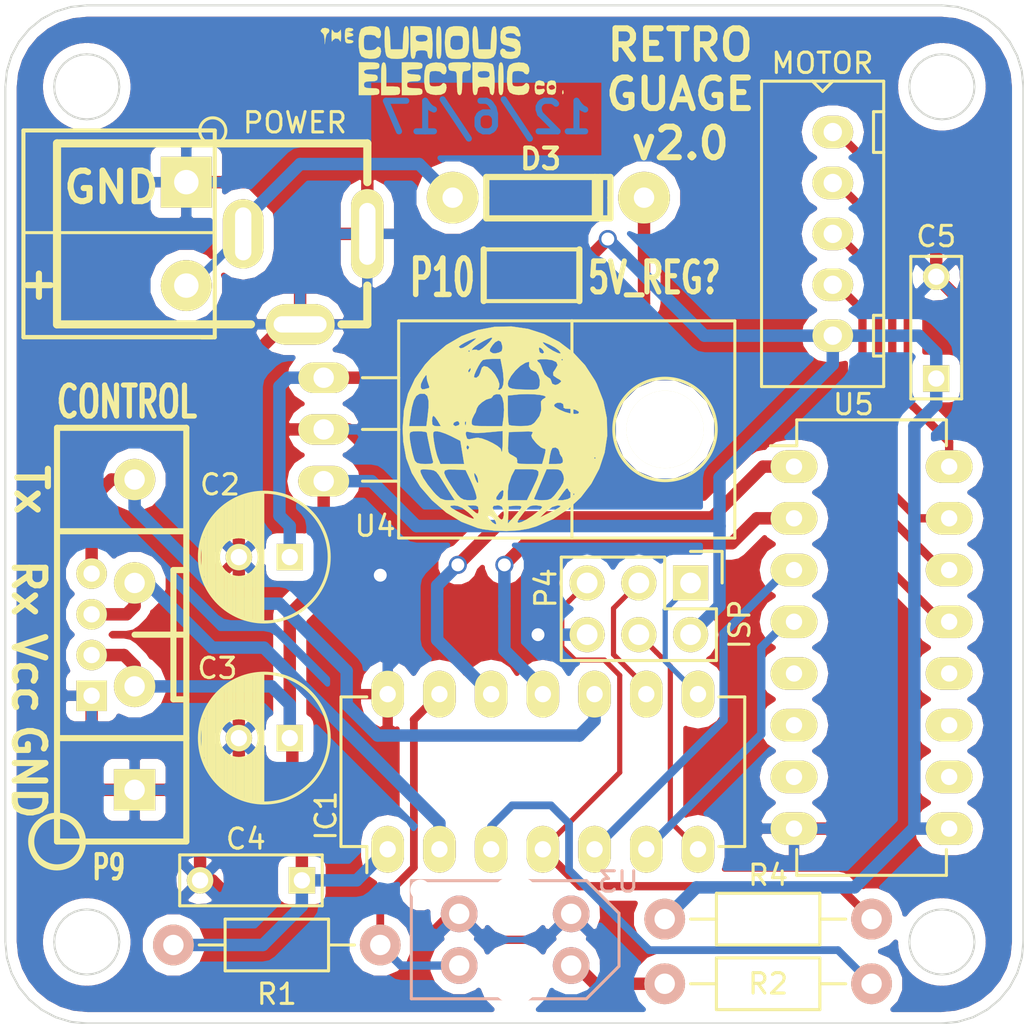
<source format=kicad_pcb>
(kicad_pcb (version 4) (host pcbnew 4.0.4-stable)
  (layers (0 F.Cu signal) (31 B.Cu signal) (34 B.Paste user) (35 F.Paste user) (36 B.SilkS user) (37 F.SilkS user) (38 B.Mask user) (39 F.Mask user) (44 Edge.Cuts user))
  (net 0 "")
  (net 1 VCC)
  (net 2 GND)
  (net 3 /RST)
  (net 4 /MOSI)
  (net 5 /MISO)
  (net 6 /SCK)
  (net 7 /IN3)
  (net 8 /IN1)
  (net 9 /IN2)
  (net 10 /IN4)
  (net 11 /MOTOR_HOME_OUT)
  (net 12 /MOTOR_HOME_SENSE)
  (net 13 "Net-(P3-Pad1)")
  (net 14 "Net-(P3-Pad3)")
  (net 15 "Net-(P3-Pad4)")
  (net 16 "Net-(R2-Pad2)")
  (net 17 "Net-(P3-Pad2)")
  (net 18 "Net-(C2-Pad1)")
  (net 19 /Rx)
  (net 20 /Tx)
  (net 21 "Net-(CON1-Pad1)")
  (module sick-of-beige:DP5050 (layer F.Cu) (at 179.959 120.015)
    (fp_text reference "" (at 0 0) (layer F.SilkS))
    (fp_text value "" (at 0 0) (layer F.SilkS))
    (fp_line (start 46.7803 0.076859) (end 47.5307 0.304474) (layer Edge.Cuts) (width 0.1))
    (fp_line (start 47.5307 0.304474) (end 48.2223 0.674118) (layer Edge.Cuts) (width 0.1))
    (fp_line (start 48.2223 0.674118) (end 48.8284 1.17157) (layer Edge.Cuts) (width 0.1))
    (fp_line (start 48.8284 1.17157) (end 49.3259 1.77771) (layer Edge.Cuts) (width 0.1))
    (fp_line (start 49.3259 1.77771) (end 49.6955 2.46925) (layer Edge.Cuts) (width 0.1))
    (fp_line (start 49.6955 2.46925) (end 49.9231 3.21964) (layer Edge.Cuts) (width 0.1))
    (fp_line (start 49.9231 3.21964) (end 50 4) (layer Edge.Cuts) (width 0.1))
    (fp_line (start 50 4) (end 50 46) (layer Edge.Cuts) (width 0.1))
    (fp_line (start 50 46) (end 49.9231 46.7803) (layer Edge.Cuts) (width 0.1))
    (fp_line (start 49.9231 46.7803) (end 49.6955 47.5307) (layer Edge.Cuts) (width 0.1))
    (fp_line (start 49.6955 47.5307) (end 49.3259 48.2223) (layer Edge.Cuts) (width 0.1))
    (fp_line (start 49.3259 48.2223) (end 48.8284 48.8284) (layer Edge.Cuts) (width 0.1))
    (fp_line (start 48.8284 48.8284) (end 48.2223 49.3259) (layer Edge.Cuts) (width 0.1))
    (fp_line (start 48.2223 49.3259) (end 47.5307 49.6955) (layer Edge.Cuts) (width 0.1))
    (fp_line (start 47.5307 49.6955) (end 46.7803 49.9231) (layer Edge.Cuts) (width 0.1))
    (fp_line (start 46.7803 49.9231) (end 46 50) (layer Edge.Cuts) (width 0.1))
    (fp_line (start 46 50) (end 4 50) (layer Edge.Cuts) (width 0.1))
    (fp_line (start 4 50) (end 3.21964 49.9231) (layer Edge.Cuts) (width 0.1))
    (fp_line (start 3.21964 49.9231) (end 2.46925 49.6955) (layer Edge.Cuts) (width 0.1))
    (fp_line (start 2.46925 49.6955) (end 1.77771 49.3259) (layer Edge.Cuts) (width 0.1))
    (fp_line (start 1.77771 49.3259) (end 1.17157 48.8284) (layer Edge.Cuts) (width 0.1))
    (fp_line (start 1.17157 48.8284) (end 0.674118 48.2223) (layer Edge.Cuts) (width 0.1))
    (fp_line (start 0.674118 48.2223) (end 0.304474 47.5307) (layer Edge.Cuts) (width 0.1))
    (fp_line (start 0.304474 47.5307) (end 0.076859 46.7803) (layer Edge.Cuts) (width 0.1))
    (fp_line (start 0.076859 46.7803) (end 0 46) (layer Edge.Cuts) (width 0.1))
    (fp_line (start 0 46) (end 0 4) (layer Edge.Cuts) (width 0.1))
    (fp_line (start 0 4) (end 0.076859 3.21964) (layer Edge.Cuts) (width 0.1))
    (fp_line (start 0.076859 3.21964) (end 0.304474 2.46925) (layer Edge.Cuts) (width 0.1))
    (fp_line (start 0.304474 2.46925) (end 0.674118 1.77771) (layer Edge.Cuts) (width 0.1))
    (fp_line (start 0.674118 1.77771) (end 1.17157 1.17157) (layer Edge.Cuts) (width 0.1))
    (fp_line (start 1.17157 1.17157) (end 1.77771 0.674118) (layer Edge.Cuts) (width 0.1))
    (fp_line (start 1.77771 0.674118) (end 2.46925 0.304474) (layer Edge.Cuts) (width 0.1))
    (fp_line (start 2.46925 0.304474) (end 3.21964 0.076859) (layer Edge.Cuts) (width 0.1))
    (fp_line (start 3.21964 0.076859) (end 3.99998 0) (layer Edge.Cuts) (width 0.1))
    (fp_line (start 3.99998 0) (end 46 0) (layer Edge.Cuts) (width 0.1))
    (fp_line (start 46 0) (end 46.7803 0.076859) (layer Edge.Cuts) (width 0.1))
    (fp_line (start 3.68785 44.4307) (end 3.3877 44.5218) (layer Edge.Cuts) (width 0.1))
    (fp_line (start 3.3877 44.5218) (end 3.11108 44.6696) (layer Edge.Cuts) (width 0.1))
    (fp_line (start 3.11108 44.6696) (end 2.86862 44.8686) (layer Edge.Cuts) (width 0.1))
    (fp_line (start 2.86862 44.8686) (end 2.66965 45.1111) (layer Edge.Cuts) (width 0.1))
    (fp_line (start 2.66965 45.1111) (end 2.52179 45.3877) (layer Edge.Cuts) (width 0.1))
    (fp_line (start 2.52179 45.3877) (end 2.43074 45.6879) (layer Edge.Cuts) (width 0.1))
    (fp_line (start 2.43074 45.6879) (end 2.39999 46) (layer Edge.Cuts) (width 0.1))
    (fp_line (start 2.39999 46) (end 2.43074 46.3121) (layer Edge.Cuts) (width 0.1))
    (fp_line (start 2.43074 46.3121) (end 2.52179 46.6123) (layer Edge.Cuts) (width 0.1))
    (fp_line (start 2.52179 46.6123) (end 2.66965 46.8889) (layer Edge.Cuts) (width 0.1))
    (fp_line (start 2.66965 46.8889) (end 2.86862 47.1314) (layer Edge.Cuts) (width 0.1))
    (fp_line (start 2.86862 47.1314) (end 3.11108 47.3303) (layer Edge.Cuts) (width 0.1))
    (fp_line (start 3.11108 47.3303) (end 3.3877 47.4782) (layer Edge.Cuts) (width 0.1))
    (fp_line (start 3.3877 47.4782) (end 3.68785 47.5692) (layer Edge.Cuts) (width 0.1))
    (fp_line (start 3.68785 47.5692) (end 4 47.6) (layer Edge.Cuts) (width 0.1))
    (fp_line (start 4 47.6) (end 4.31213 47.5692) (layer Edge.Cuts) (width 0.1))
    (fp_line (start 4.31213 47.5692) (end 4.61229 47.4782) (layer Edge.Cuts) (width 0.1))
    (fp_line (start 4.61229 47.4782) (end 4.8889 47.3303) (layer Edge.Cuts) (width 0.1))
    (fp_line (start 4.8889 47.3303) (end 5.13136 47.1314) (layer Edge.Cuts) (width 0.1))
    (fp_line (start 5.13136 47.1314) (end 5.33034 46.8889) (layer Edge.Cuts) (width 0.1))
    (fp_line (start 5.33034 46.8889) (end 5.4782 46.6123) (layer Edge.Cuts) (width 0.1))
    (fp_line (start 5.4782 46.6123) (end 5.56924 46.3121) (layer Edge.Cuts) (width 0.1))
    (fp_line (start 5.56924 46.3121) (end 5.59999 46) (layer Edge.Cuts) (width 0.1))
    (fp_line (start 5.59999 46) (end 5.56924 45.6879) (layer Edge.Cuts) (width 0.1))
    (fp_line (start 5.56924 45.6879) (end 5.4782 45.3877) (layer Edge.Cuts) (width 0.1))
    (fp_line (start 5.4782 45.3877) (end 5.33034 45.1111) (layer Edge.Cuts) (width 0.1))
    (fp_line (start 5.33034 45.1111) (end 5.13136 44.8686) (layer Edge.Cuts) (width 0.1))
    (fp_line (start 5.13136 44.8686) (end 4.8889 44.6696) (layer Edge.Cuts) (width 0.1))
    (fp_line (start 4.8889 44.6696) (end 4.61229 44.5218) (layer Edge.Cuts) (width 0.1))
    (fp_line (start 4.61229 44.5218) (end 4.31213 44.4307) (layer Edge.Cuts) (width 0.1))
    (fp_line (start 4.31213 44.4307) (end 3.99998 44.4) (layer Edge.Cuts) (width 0.1))
    (fp_line (start 3.99998 44.4) (end 3.68785 44.4307) (layer Edge.Cuts) (width 0.1))
    (fp_line (start 45.6879 44.4307) (end 45.3877 44.5218) (layer Edge.Cuts) (width 0.1))
    (fp_line (start 45.3877 44.5218) (end 45.1111 44.6696) (layer Edge.Cuts) (width 0.1))
    (fp_line (start 45.1111 44.6696) (end 44.8686 44.8686) (layer Edge.Cuts) (width 0.1))
    (fp_line (start 44.8686 44.8686) (end 44.6696 45.1111) (layer Edge.Cuts) (width 0.1))
    (fp_line (start 44.6696 45.1111) (end 44.5218 45.3877) (layer Edge.Cuts) (width 0.1))
    (fp_line (start 44.5218 45.3877) (end 44.4307 45.6879) (layer Edge.Cuts) (width 0.1))
    (fp_line (start 44.4307 45.6879) (end 44.4 46) (layer Edge.Cuts) (width 0.1))
    (fp_line (start 44.4 46) (end 44.4307 46.3121) (layer Edge.Cuts) (width 0.1))
    (fp_line (start 44.4307 46.3121) (end 44.5218 46.6123) (layer Edge.Cuts) (width 0.1))
    (fp_line (start 44.5218 46.6123) (end 44.6696 46.8889) (layer Edge.Cuts) (width 0.1))
    (fp_line (start 44.6696 46.8889) (end 44.8686 47.1314) (layer Edge.Cuts) (width 0.1))
    (fp_line (start 44.8686 47.1314) (end 45.1111 47.3303) (layer Edge.Cuts) (width 0.1))
    (fp_line (start 45.1111 47.3303) (end 45.3877 47.4782) (layer Edge.Cuts) (width 0.1))
    (fp_line (start 45.3877 47.4782) (end 45.6879 47.5692) (layer Edge.Cuts) (width 0.1))
    (fp_line (start 45.6879 47.5692) (end 46 47.6) (layer Edge.Cuts) (width 0.1))
    (fp_line (start 46 47.6) (end 46.3121 47.5692) (layer Edge.Cuts) (width 0.1))
    (fp_line (start 46.3121 47.5692) (end 46.6123 47.4782) (layer Edge.Cuts) (width 0.1))
    (fp_line (start 46.6123 47.4782) (end 46.8889 47.3303) (layer Edge.Cuts) (width 0.1))
    (fp_line (start 46.8889 47.3303) (end 47.1314 47.1314) (layer Edge.Cuts) (width 0.1))
    (fp_line (start 47.1314 47.1314) (end 47.3303 46.8889) (layer Edge.Cuts) (width 0.1))
    (fp_line (start 47.3303 46.8889) (end 47.4782 46.6123) (layer Edge.Cuts) (width 0.1))
    (fp_line (start 47.4782 46.6123) (end 47.5692 46.3121) (layer Edge.Cuts) (width 0.1))
    (fp_line (start 47.5692 46.3121) (end 47.6 46) (layer Edge.Cuts) (width 0.1))
    (fp_line (start 47.6 46) (end 47.5692 45.6879) (layer Edge.Cuts) (width 0.1))
    (fp_line (start 47.5692 45.6879) (end 47.4782 45.3877) (layer Edge.Cuts) (width 0.1))
    (fp_line (start 47.4782 45.3877) (end 47.3303 45.1111) (layer Edge.Cuts) (width 0.1))
    (fp_line (start 47.3303 45.1111) (end 47.1314 44.8686) (layer Edge.Cuts) (width 0.1))
    (fp_line (start 47.1314 44.8686) (end 46.8889 44.6696) (layer Edge.Cuts) (width 0.1))
    (fp_line (start 46.8889 44.6696) (end 46.6123 44.5218) (layer Edge.Cuts) (width 0.1))
    (fp_line (start 46.6123 44.5218) (end 46.3121 44.4307) (layer Edge.Cuts) (width 0.1))
    (fp_line (start 46.3121 44.4307) (end 46 44.4) (layer Edge.Cuts) (width 0.1))
    (fp_line (start 46 44.4) (end 45.6879 44.4307) (layer Edge.Cuts) (width 0.1))
    (fp_line (start 3.68785 2.43074) (end 3.3877 2.52179) (layer Edge.Cuts) (width 0.1))
    (fp_line (start 3.3877 2.52179) (end 3.11108 2.66965) (layer Edge.Cuts) (width 0.1))
    (fp_line (start 3.11108 2.66965) (end 2.86862 2.86862) (layer Edge.Cuts) (width 0.1))
    (fp_line (start 2.86862 2.86862) (end 2.66965 3.11108) (layer Edge.Cuts) (width 0.1))
    (fp_line (start 2.66965 3.11108) (end 2.52179 3.3877) (layer Edge.Cuts) (width 0.1))
    (fp_line (start 2.52179 3.3877) (end 2.43074 3.68785) (layer Edge.Cuts) (width 0.1))
    (fp_line (start 2.43074 3.68785) (end 2.39999 4) (layer Edge.Cuts) (width 0.1))
    (fp_line (start 2.39999 4) (end 2.43074 4.31213) (layer Edge.Cuts) (width 0.1))
    (fp_line (start 2.43074 4.31213) (end 2.52179 4.61229) (layer Edge.Cuts) (width 0.1))
    (fp_line (start 2.52179 4.61229) (end 2.66965 4.8889) (layer Edge.Cuts) (width 0.1))
    (fp_line (start 2.66965 4.8889) (end 2.86862 5.13136) (layer Edge.Cuts) (width 0.1))
    (fp_line (start 2.86862 5.13136) (end 3.11108 5.33034) (layer Edge.Cuts) (width 0.1))
    (fp_line (start 3.11108 5.33034) (end 3.3877 5.4782) (layer Edge.Cuts) (width 0.1))
    (fp_line (start 3.3877 5.4782) (end 3.68785 5.56924) (layer Edge.Cuts) (width 0.1))
    (fp_line (start 3.68785 5.56924) (end 4 5.59999) (layer Edge.Cuts) (width 0.1))
    (fp_line (start 4 5.59999) (end 4.31213 5.56924) (layer Edge.Cuts) (width 0.1))
    (fp_line (start 4.31213 5.56924) (end 4.61229 5.4782) (layer Edge.Cuts) (width 0.1))
    (fp_line (start 4.61229 5.4782) (end 4.8889 5.33034) (layer Edge.Cuts) (width 0.1))
    (fp_line (start 4.8889 5.33034) (end 5.13136 5.13136) (layer Edge.Cuts) (width 0.1))
    (fp_line (start 5.13136 5.13136) (end 5.33034 4.8889) (layer Edge.Cuts) (width 0.1))
    (fp_line (start 5.33034 4.8889) (end 5.4782 4.61229) (layer Edge.Cuts) (width 0.1))
    (fp_line (start 5.4782 4.61229) (end 5.56924 4.31213) (layer Edge.Cuts) (width 0.1))
    (fp_line (start 5.56924 4.31213) (end 5.59999 4) (layer Edge.Cuts) (width 0.1))
    (fp_line (start 5.59999 4) (end 5.56924 3.68785) (layer Edge.Cuts) (width 0.1))
    (fp_line (start 5.56924 3.68785) (end 5.4782 3.3877) (layer Edge.Cuts) (width 0.1))
    (fp_line (start 5.4782 3.3877) (end 5.33034 3.11108) (layer Edge.Cuts) (width 0.1))
    (fp_line (start 5.33034 3.11108) (end 5.13136 2.86862) (layer Edge.Cuts) (width 0.1))
    (fp_line (start 5.13136 2.86862) (end 4.8889 2.66965) (layer Edge.Cuts) (width 0.1))
    (fp_line (start 4.8889 2.66965) (end 4.61229 2.52179) (layer Edge.Cuts) (width 0.1))
    (fp_line (start 4.61229 2.52179) (end 4.31213 2.43074) (layer Edge.Cuts) (width 0.1))
    (fp_line (start 4.31213 2.43074) (end 3.99998 2.39999) (layer Edge.Cuts) (width 0.1))
    (fp_line (start 3.99998 2.39999) (end 3.68785 2.43074) (layer Edge.Cuts) (width 0.1))
    (fp_line (start 45.6879 2.43074) (end 45.3877 2.52179) (layer Edge.Cuts) (width 0.1))
    (fp_line (start 45.3877 2.52179) (end 45.1111 2.66965) (layer Edge.Cuts) (width 0.1))
    (fp_line (start 45.1111 2.66965) (end 44.8686 2.86862) (layer Edge.Cuts) (width 0.1))
    (fp_line (start 44.8686 2.86862) (end 44.6696 3.11108) (layer Edge.Cuts) (width 0.1))
    (fp_line (start 44.6696 3.11108) (end 44.5218 3.3877) (layer Edge.Cuts) (width 0.1))
    (fp_line (start 44.5218 3.3877) (end 44.4307 3.68785) (layer Edge.Cuts) (width 0.1))
    (fp_line (start 44.4307 3.68785) (end 44.4 4) (layer Edge.Cuts) (width 0.1))
    (fp_line (start 44.4 4) (end 44.4307 4.31213) (layer Edge.Cuts) (width 0.1))
    (fp_line (start 44.4307 4.31213) (end 44.5218 4.61229) (layer Edge.Cuts) (width 0.1))
    (fp_line (start 44.5218 4.61229) (end 44.6696 4.8889) (layer Edge.Cuts) (width 0.1))
    (fp_line (start 44.6696 4.8889) (end 44.8686 5.13136) (layer Edge.Cuts) (width 0.1))
    (fp_line (start 44.8686 5.13136) (end 45.1111 5.33034) (layer Edge.Cuts) (width 0.1))
    (fp_line (start 45.1111 5.33034) (end 45.3877 5.4782) (layer Edge.Cuts) (width 0.1))
    (fp_line (start 45.3877 5.4782) (end 45.6879 5.56924) (layer Edge.Cuts) (width 0.1))
    (fp_line (start 45.6879 5.56924) (end 46 5.59999) (layer Edge.Cuts) (width 0.1))
    (fp_line (start 46 5.59999) (end 46.3121 5.56924) (layer Edge.Cuts) (width 0.1))
    (fp_line (start 46.3121 5.56924) (end 46.6123 5.4782) (layer Edge.Cuts) (width 0.1))
    (fp_line (start 46.6123 5.4782) (end 46.8889 5.33034) (layer Edge.Cuts) (width 0.1))
    (fp_line (start 46.8889 5.33034) (end 47.1314 5.13136) (layer Edge.Cuts) (width 0.1))
    (fp_line (start 47.1314 5.13136) (end 47.3303 4.8889) (layer Edge.Cuts) (width 0.1))
    (fp_line (start 47.3303 4.8889) (end 47.4782 4.61229) (layer Edge.Cuts) (width 0.1))
    (fp_line (start 47.4782 4.61229) (end 47.5692 4.31213) (layer Edge.Cuts) (width 0.1))
    (fp_line (start 47.5692 4.31213) (end 47.6 4) (layer Edge.Cuts) (width 0.1))
    (fp_line (start 47.6 4) (end 47.5692 3.68785) (layer Edge.Cuts) (width 0.1))
    (fp_line (start 47.5692 3.68785) (end 47.4782 3.3877) (layer Edge.Cuts) (width 0.1))
    (fp_line (start 47.4782 3.3877) (end 47.3303 3.11108) (layer Edge.Cuts) (width 0.1))
    (fp_line (start 47.3303 3.11108) (end 47.1314 2.86862) (layer Edge.Cuts) (width 0.1))
    (fp_line (start 47.1314 2.86862) (end 46.8889 2.66965) (layer Edge.Cuts) (width 0.1))
    (fp_line (start 46.8889 2.66965) (end 46.6123 2.52179) (layer Edge.Cuts) (width 0.1))
    (fp_line (start 46.6123 2.52179) (end 46.3121 2.43074) (layer Edge.Cuts) (width 0.1))
    (fp_line (start 46.3121 2.43074) (end 46 2.39999) (layer Edge.Cuts) (width 0.1))
    (fp_line (start 46 2.39999) (end 45.6879 2.43074) (layer Edge.Cuts) (width 0.1))
  )
  (module gridMeter:XHP-5 (layer F.Cu) (at 220.599 131.238 90)
    (fp_text reference P3 hide)
    (fp_text value MOTOR)
    (pad 1 thru_hole oval (at 5 0 90) (size 1.6 2) (drill 0.9) (layers *.Cu *.Mask F.SilkS) (net 13 "Net-(P3-Pad1)"))
    (pad 2 thru_hole oval (at 2.5 0 90) (size 1.6 2) (drill 0.9) (layers *.Cu *.Mask F.SilkS) (net 17 "Net-(P3-Pad2)"))
    (pad 3 thru_hole oval (at 0 0 90) (size 1.6 2) (drill 0.9) (layers *.Cu *.Mask F.SilkS) (net 14 "Net-(P3-Pad3)"))
    (pad 4 thru_hole oval (at -2.5 0 90) (size 1.6 2) (drill 0.9) (layers *.Cu *.Mask F.SilkS) (net 15 "Net-(P3-Pad4)"))
    (pad 5 thru_hole oval (at -5 0 90) (size 1.6 2) (drill 0.9) (layers *.Cu *.Mask F.SilkS) (net 1 VCC))
  )
  (module gridMeter:TCRT5000 (layer B.Cu) (at 205 165.904)
    (fp_text reference U3 (at 5.058 -2.841) (layer B.SilkS) (effects (justify mirror)))
    (fp_text value TCRT5000)
    (pad 1 thru_hole circle (at -2.75 1.27) (size 1.8 1.8) (drill 1) (layers *.Cu *.Mask B.SilkS) (net 12 /MOTOR_HOME_SENSE))
    (pad 2 thru_hole circle (at -2.75 -1.27) (size 1.8 1.8) (drill 1) (layers *.Cu *.Mask B.SilkS) (net 2 GND))
    (pad 3 thru_hole circle (at 2.75 -1.27) (size 1.8 1.8) (drill 1) (layers *.Cu *.Mask B.SilkS) (net 2 GND))
    (pad 4 thru_hole circle (at 2.75 1.27) (size 1.8 1.8) (drill 1) (layers *.Cu *.Mask B.SilkS) (net 16 "Net-(R2-Pad2)"))
    (pad "" np_thru_hole circle (at 0 1.9) (size 2.5 2.5) (drill 2.5) (layers *.Cu *.Mask))
    (pad "" np_thru_hole circle (at 0 -1.9) (size 2.5 2.5) (drill 2.5) (layers *.Cu *.Mask))
    (pad "" np_thru_hole circle (at -4.65 -2.45) (size 1 1) (drill 1) (layers *.Cu *.Mask))
  )
  (module Capacitors_ThroughHole:C_Rect_L7_W2.5_P5 (layer F.Cu) (at 194.524 162.988 180)
    (fp_text reference C4 (at 2.754 2.032 180) (layer F.SilkS))
    (fp_text value 100n)
    (pad 1 thru_hole rect (at 0 0 180) (size 1.3 1.3) (drill 0.8) (layers *.Cu *.Mask F.SilkS) (net 1 VCC))
    (pad 2 thru_hole circle (at 5 0 180) (size 1.3 1.3) (drill 0.8) (layers *.Cu *.Mask F.SilkS) (net 2 GND))
  )
  (module Capacitors_ThroughHole:C_Rect_L7_W2.5_P5 (layer F.Cu) (at 225.679 138.343 90)
    (fp_text reference C5 (at 6.978 0 180) (layer F.SilkS))
    (fp_text value 100n)
    (pad 1 thru_hole rect (at 0 0 90) (size 1.3 1.3) (drill 0.8) (layers *.Cu *.Mask F.SilkS) (net 1 VCC))
    (pad 2 thru_hole circle (at 5 0 90) (size 1.3 1.3) (drill 0.8) (layers *.Cu *.Mask F.SilkS) (net 2 GND))
  )
  (module REInnovationFootprint:DC_Power_2_1 (layer F.Cu) (at 197.739 131.238 270)
    (fp_text reference CON1 hide)
    (fp_text value POWER hide)
    (pad 2 thru_hole oval (at 0 0 270) (size 4.39928 1.6002) (drill oval 3.04038 0.8001) (layers *.Cu *.Mask F.SilkS) (net 2 GND))
    (pad 1 thru_hole oval (at 0 6.096 270) (size 3.40106 1.99898) (drill oval 2.60096 0.8001) (layers *.Cu *.Mask F.SilkS) (net 21 "Net-(CON1-Pad1)"))
    (pad 3 thru_hole oval (at 4.445 3.302 270) (size 1.99898 3.40106) (drill oval 0.8001 2.60096) (layers *.Cu *.Mask F.SilkS) (net 2 GND))
  )
  (module REInnovationFootprint:TH_CONN_2W (layer F.Cu) (at 188.849 133.778 270)
    (fp_text reference P2 hide)
    (fp_text value POWER hide)
    (pad 1 thru_hole rect (at -5.08 0 270) (size 2.49936 2.49936) (drill 1.2) (layers *.Cu *.Mask F.SilkS) (net 2 GND))
    (pad 2 thru_hole circle (at 0 0 270) (size 2.49936 2.49936) (drill 1.2) (layers *.Cu *.Mask F.SilkS) (net 21 "Net-(CON1-Pad1)"))
  )
  (module Pin_Headers:Pin_Header_Straight_2x03 (layer F.Cu) (at 213.614 148.383 270)
    (fp_text reference P4 (at 0.254 7.112 270) (layer F.SilkS))
    (fp_text value ISP)
    (pad 1 thru_hole rect (at 0 0 270) (size 1.7272 1.7272) (drill 1.016) (layers *.Cu *.Mask F.SilkS) (net 5 /MISO))
    (pad 2 thru_hole oval (at 2.54 0 270) (size 1.7272 1.7272) (drill 1.016) (layers *.Cu *.Mask F.SilkS) (net 1 VCC))
    (pad 3 thru_hole oval (at 0 2.54 270) (size 1.7272 1.7272) (drill 1.016) (layers *.Cu *.Mask F.SilkS) (net 6 /SCK))
    (pad 4 thru_hole oval (at 2.54 2.54 270) (size 1.7272 1.7272) (drill 1.016) (layers *.Cu *.Mask F.SilkS) (net 4 /MOSI))
    (pad 5 thru_hole oval (at 0 5.08 270) (size 1.7272 1.7272) (drill 1.016) (layers *.Cu *.Mask F.SilkS) (net 3 /RST))
    (pad 6 thru_hole oval (at 2.54 5.08 270) (size 1.7272 1.7272) (drill 1.016) (layers *.Cu *.Mask F.SilkS) (net 2 GND))
  )
  (module Resistors_ThroughHole:Resistor_Horizontal_RM10mm (layer F.Cu) (at 193.294 166.163 180)
    (fp_text reference R1 (at 0 -2.413 180) (layer F.SilkS))
    (fp_text value 10K)
    (pad 1 thru_hole circle (at -5.08 0 180) (size 1.99898 1.99898) (drill 1.00076) (layers *.Cu *.SilkS *.Mask) (net 12 /MOTOR_HOME_SENSE))
    (pad 2 thru_hole circle (at 5.08 0 180) (size 1.99898 1.99898) (drill 1.00076) (layers *.Cu *.SilkS *.Mask) (net 1 VCC))
  )
  (module Resistors_ThroughHole:Resistor_Horizontal_RM10mm (layer F.Cu) (at 217.424 168.068 180)
    (fp_text reference R2 (at 0 0 180) (layer F.SilkS))
    (fp_text value 330R)
    (pad 1 thru_hole circle (at -5.08 0 180) (size 1.99898 1.99898) (drill 1.00076) (layers *.Cu *.SilkS *.Mask) (net 11 /MOTOR_HOME_OUT))
    (pad 2 thru_hole circle (at 5.08 0 180) (size 1.99898 1.99898) (drill 1.00076) (layers *.Cu *.SilkS *.Mask) (net 16 "Net-(R2-Pad2)"))
  )
  (module Resistors_ThroughHole:Resistor_Horizontal_RM10mm (layer F.Cu) (at 217.424 164.893 180)
    (fp_text reference R4 (at 0 2.159 180) (layer F.SilkS))
    (fp_text value 10K)
    (pad 1 thru_hole circle (at -5.08 0 180) (size 1.99898 1.99898) (drill 1.00076) (layers *.Cu *.SilkS *.Mask) (net 3 /RST))
    (pad 2 thru_hole circle (at 5.08 0 180) (size 1.99898 1.99898) (drill 1.00076) (layers *.Cu *.SilkS *.Mask) (net 1 VCC))
  )
  (module TO_SOT_Packages_THT:TO-220_Neutral123_Horizontal (layer F.Cu) (at 195.595 140.843 270)
    (fp_text reference U4 (at 4.746 -2.525 360) (layer F.SilkS))
    (fp_text value 7805)
    (pad 2 thru_hole oval (at 0 0) (size 2.49936 1.50114) (drill 1.00076) (layers *.Cu *.Mask F.SilkS) (net 2 GND))
    (pad 1 thru_hole oval (at -2.54 0) (size 2.49936 1.50114) (drill 1.00076) (layers *.Cu *.Mask F.SilkS) (net 18 "Net-(C2-Pad1)"))
    (pad 3 thru_hole oval (at 2.54 0) (size 2.49936 1.50114) (drill 1.00076) (layers *.Cu *.Mask F.SilkS) (net 1 VCC))
    (pad "" np_thru_hole circle (at 0 -16.764) (size 3.79984 3.79984) (drill 3.79984) (layers *.Cu *.Mask F.SilkS))
  )
  (module Capacitors_ThroughHole:C_Radial_D6.3_L11.2_P2.5 (layer F.Cu) (at 193.929 147.113 180)
    (fp_text reference C2 (at 3.429 3.556 180) (layer F.SilkS))
    (fp_text value 220u)
    (pad 2 thru_hole circle (at 2.5 0 180) (size 1.3 1.3) (drill 0.8) (layers *.Cu *.Mask F.SilkS) (net 2 GND))
    (pad 1 thru_hole rect (at 0 0 180) (size 1.3 1.3) (drill 0.8) (layers *.Cu *.Mask F.SilkS) (net 18 "Net-(C2-Pad1)"))
  )
  (module Capacitors_ThroughHole:C_Radial_D6.3_L11.2_P2.5 (layer F.Cu) (at 193.929 156.003 180)
    (fp_text reference C3 (at 3.556 3.429 180) (layer F.SilkS))
    (fp_text value 220u)
    (pad 2 thru_hole circle (at 2.5 0 180) (size 1.3 1.3) (drill 0.8) (layers *.Cu *.Mask F.SilkS) (net 2 GND))
    (pad 1 thru_hole rect (at 0 0 180) (size 1.3 1.3) (drill 0.8) (layers *.Cu *.Mask F.SilkS) (net 1 VCC))
  )
  (module CuriousElectric3:CuriousElectric_flat_12mm (layer F.Cu) (at 201.295 122.729)
    (fp_text reference P6 hide)
    (fp_text value LOGO1 hide)
  )
  (module CuriousElectric3:CuriousElectric_globe_10mm (layer F.Cu) (at 204.47 140.763)
    (fp_text reference P8 hide)
    (fp_text value LOGO2 hide)
  )
  (module REInnovationFootprint:SIL-4_Grove_SCREW (layer F.Cu) (at 186.309 150.923 90)
    (fp_text reference P9 (at -11.43 -1.27 180) (layer F.SilkS) (effects (font (size 1.2 0.8) (thickness 0.2))))
    (fp_text value CONTROL (at 11.43 -0.381 180) (layer F.SilkS) (effects (font (size 1.524 1.016) (thickness 0.254))))
    (pad 1 thru_hole rect (at -7.62 0 90) (size 2.032 2.032) (drill 1.00076) (layers *.Cu *.Mask F.SilkS) (net 2 GND))
    (pad 2 thru_hole circle (at -2.54 0 90) (size 2.032 2.032) (drill 1.00076) (layers *.Cu *.Mask F.SilkS) (net 1 VCC))
    (pad 3 thru_hole circle (at 2.54 0 90) (size 2.032 2.032) (drill 1.00076) (layers *.Cu *.Mask F.SilkS) (net 19 /Rx))
    (pad 4 thru_hole circle (at 7.62 0 90) (size 2.032 2.032) (drill 1.00076) (layers *.Cu *.Mask F.SilkS) (net 20 /Tx))
    (pad 1 thru_hole rect (at -3 -2.111 90) (size 1.5 1.5) (drill 0.8) (layers *.Cu *.Mask F.SilkS) (net 2 GND))
    (pad 2 thru_hole circle (at -1 -2.111 90) (size 1.5 1.5) (drill 0.8) (layers *.Cu *.Mask F.SilkS) (net 1 VCC))
    (pad 3 thru_hole circle (at 1 -2.111 90) (size 1.5 1.5) (drill 0.8) (layers *.Cu *.Mask F.SilkS) (net 19 /Rx))
    (pad 4 thru_hole circle (at 3 -2.111 90) (size 1.5 1.5) (drill 0.8) (layers *.Cu *.Mask F.SilkS) (net 20 /Tx))
  )
  (module REInnovationFootprint:SM_2_SLDR_JMP (layer F.Cu) (at 207.264 133.27)
    (fp_text reference P10 (at -5.842 0.127) (layer F.SilkS) (effects (font (size 1.7907 1.07696) (thickness 0.26924))))
    (fp_text value 5V_REG? (at 4.572 0.127) (layer F.SilkS) (effects (font (size 1.524 1.016) (thickness 0.254))))
    (pad 1 smd rect (at -2.54 0) (size 2.032 2.032) (layers F.Cu F.Paste F.Mask) (net 18 "Net-(C2-Pad1)"))
    (pad 2 smd rect (at -0.381 0) (size 2.032 2.032) (layers F.Cu F.Paste F.Mask) (net 1 VCC))
  )
  (module REInnovationFootprint:TH_Diode_1 (layer F.Cu) (at 206.248 129.46)
    (fp_text reference D3 (at 0 -1.905) (layer F.SilkS) (effects (font (size 1.016 1.016) (thickness 0.2032))))
    (fp_text value 1N400x hide)
    (pad 1 thru_hole circle (at 5.08 0) (size 2.54 2.54) (drill 1.00076) (layers *.Cu *.Mask F.SilkS) (net 18 "Net-(C2-Pad1)"))
    (pad 2 thru_hole circle (at -4.318 0) (size 2.54 2.54) (drill 1.00076) (layers *.Cu *.Mask F.SilkS) (net 21 "Net-(CON1-Pad1)"))
  )
  (module Housings_DIP:DIP-14_W7.62mm_LongPads (layer F.Cu) (at 198.739 161.463 90)
    (fp_text reference IC1 (at 1.65 -3.032 90) (layer F.SilkS))
    (fp_text value " ATTINY84A-PU")
    (pad 1 thru_hole oval (at 0 0 90) (size 2.3 1.6) (drill 0.8) (layers *.Cu *.Mask F.SilkS) (net 1 VCC))
    (pad 2 thru_hole oval (at 0 2.54 90) (size 2.3 1.6) (drill 0.8) (layers *.Cu *.Mask F.SilkS) (net 19 /Rx))
    (pad 3 thru_hole oval (at 0 5.08 90) (size 2.3 1.6) (drill 0.8) (layers *.Cu *.Mask F.SilkS) (net 11 /MOTOR_HOME_OUT))
    (pad 4 thru_hole oval (at 0 7.62 90) (size 2.3 1.6) (drill 0.8) (layers *.Cu *.Mask F.SilkS) (net 3 /RST))
    (pad 5 thru_hole oval (at 0 10.16 90) (size 2.3 1.6) (drill 0.8) (layers *.Cu *.Mask F.SilkS) (net 7 /IN3))
    (pad 6 thru_hole oval (at 0 12.7 90) (size 2.3 1.6) (drill 0.8) (layers *.Cu *.Mask F.SilkS) (net 10 /IN4))
    (pad 7 thru_hole oval (at 0 15.24 90) (size 2.3 1.6) (drill 0.8) (layers *.Cu *.Mask F.SilkS) (net 4 /MOSI))
    (pad 8 thru_hole oval (at 7.62 15.24 90) (size 2.3 1.6) (drill 0.8) (layers *.Cu *.Mask F.SilkS) (net 5 /MISO))
    (pad 9 thru_hole oval (at 7.62 12.7 90) (size 2.3 1.6) (drill 0.8) (layers *.Cu *.Mask F.SilkS) (net 6 /SCK))
    (pad 10 thru_hole oval (at 7.62 10.16 90) (size 2.3 1.6) (drill 0.8) (layers *.Cu *.Mask F.SilkS) (net 20 /Tx))
    (pad 11 thru_hole oval (at 7.62 7.62 90) (size 2.3 1.6) (drill 0.8) (layers *.Cu *.Mask F.SilkS) (net 9 /IN2))
    (pad 12 thru_hole oval (at 7.62 5.08 90) (size 2.3 1.6) (drill 0.8) (layers *.Cu *.Mask F.SilkS) (net 8 /IN1))
    (pad 13 thru_hole oval (at 7.62 2.54 90) (size 2.3 1.6) (drill 0.8) (layers *.Cu *.Mask F.SilkS) (net 12 /MOTOR_HOME_SENSE))
    (pad 14 thru_hole oval (at 7.62 0 90) (size 2.3 1.6) (drill 0.8) (layers *.Cu *.Mask F.SilkS) (net 2 GND))
  )
  (module Housings_DIP:DIP-16_W7.62mm_LongPads (layer F.Cu) (at 218.694 142.668)
    (fp_text reference U5 (at 2.921 -3.048) (layer F.SilkS))
    (fp_text value ULN2003)
    (pad 1 thru_hole oval (at 0 0) (size 2.3 1.6) (drill 0.8) (layers *.Cu *.Mask F.SilkS) (net 8 /IN1))
    (pad 2 thru_hole oval (at 0 2.54) (size 2.3 1.6) (drill 0.8) (layers *.Cu *.Mask F.SilkS) (net 9 /IN2))
    (pad 3 thru_hole oval (at 0 5.08) (size 2.3 1.6) (drill 0.8) (layers *.Cu *.Mask F.SilkS) (net 7 /IN3))
    (pad 4 thru_hole oval (at 0 7.62) (size 2.3 1.6) (drill 0.8) (layers *.Cu *.Mask F.SilkS) (net 10 /IN4))
    (pad 5 thru_hole oval (at 0 10.16) (size 2.3 1.6) (drill 0.8) (layers *.Cu *.Mask F.SilkS))
    (pad 6 thru_hole oval (at 0 12.7) (size 2.3 1.6) (drill 0.8) (layers *.Cu *.Mask F.SilkS))
    (pad 7 thru_hole oval (at 0 15.24) (size 2.3 1.6) (drill 0.8) (layers *.Cu *.Mask F.SilkS))
    (pad 8 thru_hole oval (at 0 17.78) (size 2.3 1.6) (drill 0.8) (layers *.Cu *.Mask F.SilkS) (net 2 GND))
    (pad 9 thru_hole oval (at 7.62 17.78) (size 2.3 1.6) (drill 0.8) (layers *.Cu *.Mask F.SilkS) (net 1 VCC))
    (pad 10 thru_hole oval (at 7.62 15.24) (size 2.3 1.6) (drill 0.8) (layers *.Cu *.Mask F.SilkS))
    (pad 11 thru_hole oval (at 7.62 12.7) (size 2.3 1.6) (drill 0.8) (layers *.Cu *.Mask F.SilkS))
    (pad 12 thru_hole oval (at 7.62 10.16) (size 2.3 1.6) (drill 0.8) (layers *.Cu *.Mask F.SilkS))
    (pad 13 thru_hole oval (at 7.62 7.62) (size 2.3 1.6) (drill 0.8) (layers *.Cu *.Mask F.SilkS) (net 15 "Net-(P3-Pad4)"))
    (pad 14 thru_hole oval (at 7.62 5.08) (size 2.3 1.6) (drill 0.8) (layers *.Cu *.Mask F.SilkS) (net 14 "Net-(P3-Pad3)"))
    (pad 15 thru_hole oval (at 7.62 2.54) (size 2.3 1.6) (drill 0.8) (layers *.Cu *.Mask F.SilkS) (net 17 "Net-(P3-Pad2)"))
    (pad 16 thru_hole oval (at 7.62 0) (size 2.3 1.6) (drill 0.8) (layers *.Cu *.Mask F.SilkS) (net 13 "Net-(P3-Pad1)"))
  )
  (gr_text GND (at 185.166 128.952) (layer F.SilkS) (effects (font (size 1.5 1.5) (thickness 0.3))))
  (gr_text + (at 181.61 133.651) (layer F.SilkS) (effects (font (size 1.5 1.5) (thickness 0.3))))
  (gr_text GND (at 181.102 157.654 270) (layer F.SilkS) (effects (font (size 1.5 1.5) (thickness 0.3))))
  (gr_text Vcc (at 181.102 152.828 270) (layer F.SilkS) (effects (font (size 1.5 1.5) (thickness 0.3))))
  (gr_text Rx (at 181.102 148.637 270) (layer F.SilkS) (effects (font (size 1.5 1.5) (thickness 0.3))))
  (gr_text Tx (at 181.229 143.811 270) (layer F.SilkS) (effects (font (size 1.5 1.5) (thickness 0.3))))
  (gr_text 12/6/17 (at 203.581 125.523) (layer B.Cu) (effects (font (size 1.5 1.5) (thickness 0.3)) (justify mirror)))
  (gr_text ISP (at 216.027 150.415 90) (layer F.SilkS) (effects (font (size 1 1))))
  (gr_text MOTOR (at 220.091 122.856) (layer F.SilkS) (effects (font (size 1 1))))
  (gr_text POWER (at 194.183 125.777) (layer F.SilkS) (effects (font (size 1 1))))
  (gr_text "RETRO\nGUAGE\nv2.0" (at 213.106 124.38) (layer F.SilkS) (effects (font (size 1.5 1.5) (thickness 0.3))))
  (segment (start 193.929 156.003) (end 193.929 149.907) (width 0.6096) (layer F.Cu) (net 1))
  (segment (start 195.595 148.241) (end 195.595 143.383) (width 0.6096) (layer F.Cu) (net 1))
  (segment (start 193.929 149.907) (end 195.595 148.241) (width 0.6096) (layer F.Cu) (net 1))
  (segment (start 194.524 162.988) (end 194.524 161.678) (width 0.6096) (layer F.Cu) (net 1))
  (segment (start 194.056 161.21) (end 194.056 156.13) (width 0.6096) (layer F.Cu) (net 1))
  (segment (start 194.056 156.13) (end 193.929 156.003) (width 0.6096) (layer F.Cu) (net 1))
  (segment (start 186.309 153.463) (end 193.04 153.463) (width 0.6096) (layer B.Cu) (net 1))
  (segment (start 193.04 153.463) (end 193.929 154.352) (width 0.6096) (layer B.Cu) (net 1))
  (segment (start 193.929 156.003) (end 193.929 154.352) (width 0.6096) (layer B.Cu) (net 1))
  (segment (start 206.883 133.27) (end 207.772 133.27) (width 0.6096) (layer F.Cu) (net 1))
  (segment (start 207.772 133.27) (end 209.55 131.492) (width 0.6096) (layer F.Cu) (net 1))
  (via (at 209.55 131.492) (size 0.889) (drill 0.635) (layers F.Cu B.Cu) (net 1))
  (segment (start 209.55 131.492) (end 214.296 136.238) (width 0.6096) (layer B.Cu) (net 1))
  (segment (start 214.296 136.238) (end 220.599 136.238) (width 0.6096) (layer B.Cu) (net 1))
  (segment (start 184.198 151.923) (end 185.785 151.923) (width 0.6096) (layer F.Cu) (net 1))
  (segment (start 185.785 151.923) (end 186.309 152.447) (width 0.6096) (layer F.Cu) (net 1))
  (segment (start 186.309 152.447) (end 186.309 153.463) (width 0.6096) (layer F.Cu) (net 1))
  (segment (start 188.214 166.163) (end 187.579 166.163) (width 0.6096) (layer B.Cu) (net 1))
  (segment (start 195.595 143.383) (end 197.946 143.383) (width 0.6096) (layer B.Cu) (net 1))
  (segment (start 197.946 143.383) (end 200.152 145.589) (width 0.6096) (layer B.Cu) (net 1))
  (segment (start 213.614 150.923) (end 215.036401 149.500599) (width 0.6096) (layer B.Cu) (net 1))
  (segment (start 220.599 137.6476) (end 220.599 136.238) (width 0.6096) (layer B.Cu) (net 1))
  (segment (start 194.524 162.988) (end 194.524 164.2476) (width 0.6096) (layer B.Cu) (net 1))
  (segment (start 192.6086 166.163) (end 188.214 166.163) (width 0.6096) (layer B.Cu) (net 1))
  (segment (start 194.524 162.988) (end 197.214 162.988) (width 0.6096) (layer B.Cu) (net 1))
  (segment (start 197.214 162.988) (end 198.739 161.463) (width 0.6096) (layer B.Cu) (net 1))
  (segment (start 225.679 138.343) (end 225.679 139.6026) (width 0.6096) (layer B.Cu) (net 1))
  (segment (start 225.679 139.6026) (end 224.60519 140.67641) (width 0.6096) (layer B.Cu) (net 1))
  (segment (start 224.60519 140.67641) (end 224.60519 160.39721) (width 0.6096) (layer B.Cu) (net 1))
  (segment (start 224.60519 160.39721) (end 224.5544 160.448) (width 0.6096) (layer B.Cu) (net 1))
  (segment (start 226.314 160.448) (end 225.964 160.448) (width 0.6096) (layer B.Cu) (net 1))
  (segment (start 212.344 164.893) (end 213.902291 163.334709) (width 0.6096) (layer B.Cu) (net 1))
  (segment (start 213.902291 163.334709) (end 221.667691 163.334709) (width 0.6096) (layer B.Cu) (net 1))
  (segment (start 221.667691 163.334709) (end 224.5544 160.448) (width 0.6096) (layer B.Cu) (net 1))
  (segment (start 224.5544 160.448) (end 226.314 160.448) (width 0.6096) (layer B.Cu) (net 1))
  (segment (start 225.679 138.343) (end 225.679 137.0834) (width 0.6096) (layer B.Cu) (net 1))
  (segment (start 225.679 137.0834) (end 224.8336 136.238) (width 0.6096) (layer B.Cu) (net 1))
  (segment (start 224.8336 136.238) (end 222.2086 136.238) (width 0.6096) (layer B.Cu) (net 1))
  (segment (start 222.2086 136.238) (end 220.599 136.238) (width 0.6096) (layer B.Cu) (net 1))
  (segment (start 215.036401 143.210199) (end 220.599 137.6476) (width 0.6096) (layer B.Cu) (net 1))
  (segment (start 200.152 145.589) (end 215.036401 145.589) (width 0.6096) (layer B.Cu) (net 1))
  (segment (start 215.036401 149.500599) (end 215.036401 145.589) (width 0.6096) (layer B.Cu) (net 1))
  (segment (start 215.036401 145.589) (end 215.036401 143.210199) (width 0.6096) (layer B.Cu) (net 1))
  (segment (start 194.524 164.2476) (end 192.6086 166.163) (width 0.6096) (layer B.Cu) (net 1))
  (segment (start 194.524 161.678) (end 194.056 161.21) (width 0.6096) (layer F.Cu) (net 1))
  (segment (start 225.679 133.343) (end 225.679 128.063) (width 0.6096) (layer F.Cu) (net 2))
  (segment (start 197.739 127.174) (end 197.739 131.238) (width 0.6096) (layer F.Cu) (net 2))
  (segment (start 200.787 124.126) (end 197.739 127.174) (width 0.6096) (layer F.Cu) (net 2))
  (segment (start 221.742 124.126) (end 200.787 124.126) (width 0.6096) (layer F.Cu) (net 2))
  (segment (start 225.679 128.063) (end 221.742 124.126) (width 0.6096) (layer F.Cu) (net 2))
  (segment (start 189.524 162.988) (end 189.524 158.543) (width 0.6096) (layer F.Cu) (net 2))
  (segment (start 189.484 158.67) (end 189.484 158.543) (width 0.6096) (layer F.Cu) (net 2))
  (segment (start 189.484 158.583) (end 189.484 158.67) (width 0.6096) (layer F.Cu) (net 2))
  (segment (start 189.524 158.543) (end 189.484 158.583) (width 0.6096) (layer F.Cu) (net 2))
  (segment (start 194.437 135.683) (end 193.675 135.683) (width 0.6096) (layer F.Cu) (net 2))
  (segment (start 193.675 135.683) (end 192.579 136.779) (width 0.6096) (layer F.Cu) (net 2))
  (segment (start 192.579 136.779) (end 192.579 140.843) (width 0.6096) (layer F.Cu) (net 2))
  (segment (start 191.429 147.113) (end 191.429 141.993) (width 0.6096) (layer F.Cu) (net 2))
  (segment (start 192.579 140.843) (end 195.595 140.843) (width 0.6096) (layer F.Cu) (net 2))
  (segment (start 191.429 141.993) (end 192.579 140.843) (width 0.6096) (layer F.Cu) (net 2))
  (segment (start 191.429 156.003) (end 191.429 147.113) (width 0.6096) (layer F.Cu) (net 2))
  (segment (start 186.309 158.543) (end 189.484 158.543) (width 0.6096) (layer F.Cu) (net 2))
  (segment (start 189.484 158.543) (end 190.246 158.543) (width 0.6096) (layer F.Cu) (net 2))
  (segment (start 190.246 158.543) (end 191.429 157.36) (width 0.6096) (layer F.Cu) (net 2))
  (segment (start 191.429 157.36) (end 191.429 156.003) (width 0.6096) (layer F.Cu) (net 2))
  (segment (start 184.198 153.923) (end 184.198 158.083) (width 0.6096) (layer F.Cu) (net 2))
  (segment (start 184.658 158.543) (end 186.309 158.543) (width 0.6096) (layer F.Cu) (net 2))
  (segment (start 184.198 158.083) (end 184.658 158.543) (width 0.6096) (layer F.Cu) (net 2))
  (segment (start 218.694 160.448) (end 221.742 160.448) (width 0.6096) (layer F.Cu) (net 2))
  (segment (start 228.473 136.137) (end 225.679 133.343) (width 0.6096) (layer F.Cu) (net 2))
  (segment (start 228.473 161.21) (end 228.473 136.137) (width 0.6096) (layer F.Cu) (net 2))
  (segment (start 226.949 162.734) (end 228.473 161.21) (width 0.6096) (layer F.Cu) (net 2))
  (segment (start 224.028 162.734) (end 226.949 162.734) (width 0.6096) (layer F.Cu) (net 2))
  (segment (start 221.742 160.448) (end 224.028 162.734) (width 0.6096) (layer F.Cu) (net 2))
  (segment (start 202.25 164.634) (end 202.306 164.634) (width 0.4064) (layer F.Cu) (net 2))
  (segment (start 202.306 164.634) (end 203.581 165.909) (width 0.4064) (layer F.Cu) (net 2))
  (segment (start 206.475 165.909) (end 207.75 164.634) (width 0.4064) (layer F.Cu) (net 2))
  (segment (start 203.581 165.909) (end 206.475 165.909) (width 0.4064) (layer F.Cu) (net 2))
  (segment (start 198.374 148.002) (end 199.009 147.367) (width 0.4064) (layer F.Cu) (net 2))
  (segment (start 198.882 147.367) (end 198.882 147.24) (width 0.4064) (layer F.Cu) (net 2))
  (segment (start 199.009 147.367) (end 198.882 147.367) (width 0.4064) (layer F.Cu) (net 2))
  (segment (start 198.739 153.843) (end 198.739 152.59) (width 0.4064) (layer B.Cu) (net 2))
  (via (at 198.374 148.002) (size 0.889) (drill 0.635) (layers F.Cu B.Cu) (net 2))
  (segment (start 199.517 149.145) (end 198.374 148.002) (width 0.4064) (layer B.Cu) (net 2))
  (segment (start 199.517 151.812) (end 199.517 149.145) (width 0.4064) (layer B.Cu) (net 2))
  (segment (start 198.739 152.59) (end 199.517 151.812) (width 0.4064) (layer B.Cu) (net 2))
  (segment (start 198.739 153.843) (end 199.262 153.843) (width 0.4064) (layer B.Cu) (net 2))
  (segment (start 202.866 150.288) (end 201.93 150.288) (width 0.6096) (layer F.Cu) (net 2))
  (segment (start 201.93 150.288) (end 198.882 147.24) (width 0.6096) (layer F.Cu) (net 2))
  (segment (start 198.882 147.24) (end 198.374 146.732) (width 0.6096) (layer F.Cu) (net 2))
  (segment (start 198.374 146.732) (end 198.374 146.478) (width 0.6096) (layer F.Cu) (net 2))
  (segment (start 198.374 142.414) (end 196.803 140.843) (width 0.6096) (layer F.Cu) (net 2))
  (segment (start 198.374 146.478) (end 198.374 142.414) (width 0.6096) (layer F.Cu) (net 2))
  (segment (start 196.803 140.843) (end 195.595 140.843) (width 0.6096) (layer F.Cu) (net 2))
  (segment (start 202.866 150.288) (end 205.486 150.288) (width 0.6096) (layer F.Cu) (net 2))
  (segment (start 206.121 150.923) (end 208.534 150.923) (width 0.6096) (layer B.Cu) (net 2))
  (via (at 206.121 150.923) (size 0.889) (drill 0.635) (layers F.Cu B.Cu) (net 2))
  (segment (start 205.486 150.288) (end 206.121 150.923) (width 0.6096) (layer F.Cu) (net 2))
  (segment (start 202.25 164.634) (end 201.935 164.634) (width 0.6096) (layer F.Cu) (net 2))
  (segment (start 201.935 164.634) (end 200.406 166.163) (width 0.6096) (layer F.Cu) (net 2))
  (segment (start 200.406 166.163) (end 200.406 167.052) (width 0.6096) (layer F.Cu) (net 2))
  (segment (start 200.406 167.052) (end 199.263 168.195) (width 0.6096) (layer F.Cu) (net 2))
  (segment (start 199.263 168.195) (end 195.326 168.195) (width 0.6096) (layer F.Cu) (net 2))
  (segment (start 195.326 168.195) (end 190.119 162.988) (width 0.6096) (layer F.Cu) (net 2))
  (segment (start 190.119 162.988) (end 189.524 162.988) (width 0.6096) (layer F.Cu) (net 2))
  (segment (start 194.437 131.127192) (end 194.547808 131.238) (width 0.6096) (layer F.Cu) (net 2))
  (segment (start 194.547808 131.238) (end 197.739 131.238) (width 0.6096) (layer F.Cu) (net 2))
  (segment (start 188.849 128.698) (end 192.007808 128.698) (width 0.6096) (layer F.Cu) (net 2))
  (segment (start 192.007808 128.698) (end 194.437 131.127192) (width 0.6096) (layer F.Cu) (net 2))
  (segment (start 194.437 134.07391) (end 194.437 135.683) (width 0.6096) (layer F.Cu) (net 2))
  (segment (start 194.437 131.127192) (end 194.437 134.07391) (width 0.6096) (layer F.Cu) (net 2))
  (segment (start 194.437 135.683) (end 194.437 134.27711) (width 0.4064) (layer F.Cu) (net 2))
  (segment (start 197.47611 131.238) (end 197.739 131.238) (width 0.4064) (layer F.Cu) (net 2))
  (segment (start 207.289399 149.627601) (end 207.670401 149.246599) (width 0.254) (layer F.Cu) (net 3))
  (segment (start 209.381799 152.167601) (end 207.936591 152.167601) (width 0.254) (layer F.Cu) (net 3))
  (segment (start 207.289399 151.520409) (end 207.289399 149.627601) (width 0.254) (layer F.Cu) (net 3))
  (segment (start 207.936591 152.167601) (end 207.289399 151.520409) (width 0.254) (layer F.Cu) (net 3))
  (segment (start 207.670401 149.246599) (end 208.534 148.383) (width 0.254) (layer F.Cu) (net 3))
  (segment (start 206.359 161.463) (end 210.13421 157.68779) (width 0.254) (layer F.Cu) (net 3))
  (segment (start 210.13421 152.920012) (end 209.381799 152.167601) (width 0.254) (layer F.Cu) (net 3))
  (segment (start 210.13421 157.68779) (end 210.13421 152.920012) (width 0.254) (layer F.Cu) (net 3))
  (segment (start 222.504 164.893) (end 220.887799 163.276799) (width 0.4064) (layer F.Cu) (net 3))
  (segment (start 220.887799 163.276799) (end 208.172799 163.276799) (width 0.4064) (layer F.Cu) (net 3))
  (segment (start 208.172799 163.276799) (end 207.158999 162.262999) (width 0.4064) (layer F.Cu) (net 3))
  (segment (start 207.158999 162.262999) (end 206.359 161.463) (width 0.4064) (layer F.Cu) (net 3))
  (segment (start 213.979 161.463) (end 212.620001 160.104001) (width 0.254) (layer F.Cu) (net 4))
  (segment (start 212.620001 152.469001) (end 211.937599 151.786599) (width 0.254) (layer F.Cu) (net 4))
  (segment (start 211.937599 151.786599) (end 211.074 150.923) (width 0.254) (layer F.Cu) (net 4))
  (segment (start 212.620001 160.104001) (end 212.620001 152.469001) (width 0.254) (layer F.Cu) (net 4))
  (segment (start 213.614 148.383) (end 213.614 148.463) (width 0.254) (layer B.Cu) (net 5))
  (segment (start 213.614 148.463) (end 212.369399 149.707601) (width 0.254) (layer B.Cu) (net 5))
  (segment (start 212.369399 149.707601) (end 212.369399 152.233399) (width 0.254) (layer B.Cu) (net 5))
  (segment (start 212.369399 152.233399) (end 213.179001 153.043001) (width 0.254) (layer B.Cu) (net 5))
  (segment (start 213.179001 153.043001) (end 213.979 153.843) (width 0.254) (layer B.Cu) (net 5))
  (segment (start 211.439 153.506365) (end 211.439 153.843) (width 0.254) (layer F.Cu) (net 6))
  (segment (start 211.074 148.383) (end 209.829399 149.627601) (width 0.254) (layer F.Cu) (net 6))
  (segment (start 209.829399 149.627601) (end 209.829399 151.896764) (width 0.254) (layer F.Cu) (net 6))
  (segment (start 209.829399 151.896764) (end 211.439 153.506365) (width 0.254) (layer F.Cu) (net 6))
  (segment (start 208.899 161.463) (end 215.236201 155.125799) (width 0.4064) (layer B.Cu) (net 7))
  (segment (start 215.236201 155.125799) (end 215.236201 150.855799) (width 0.4064) (layer B.Cu) (net 7))
  (segment (start 215.236201 150.855799) (end 218.344 147.748) (width 0.4064) (layer B.Cu) (net 7))
  (segment (start 218.344 147.748) (end 218.694 147.748) (width 0.4064) (layer B.Cu) (net 7))
  (segment (start 218.694 142.668) (end 217.17 142.668) (width 0.6096) (layer F.Cu) (net 8))
  (segment (start 201.168 148.51) (end 201.168 148.764) (width 0.6096) (layer B.Cu) (net 8))
  (segment (start 202.184 147.494) (end 201.168 148.51) (width 0.6096) (layer B.Cu) (net 8))
  (via (at 202.184 147.494) (size 0.889) (drill 0.635) (layers F.Cu B.Cu) (net 8))
  (segment (start 204.517 145.161) (end 202.184 147.494) (width 0.6096) (layer F.Cu) (net 8))
  (segment (start 214.677 145.161) (end 204.517 145.161) (width 0.6096) (layer F.Cu) (net 8))
  (segment (start 217.17 142.668) (end 214.677 145.161) (width 0.6096) (layer F.Cu) (net 8))
  (segment (start 203.819 153.843) (end 203.819 153.828) (width 0.6096) (layer B.Cu) (net 8))
  (segment (start 203.819 153.828) (end 201.168 151.177) (width 0.6096) (layer B.Cu) (net 8))
  (segment (start 201.168 151.177) (end 201.168 148.764) (width 0.6096) (layer B.Cu) (net 8))
  (segment (start 218.694 145.208) (end 216.869 145.208) (width 0.6096) (layer F.Cu) (net 9))
  (segment (start 216.869 145.208) (end 215.646 146.431) (width 0.6096) (layer F.Cu) (net 9))
  (segment (start 215.646 146.431) (end 205.533 146.431) (width 0.6096) (layer F.Cu) (net 9))
  (segment (start 205.533 146.431) (end 204.47 147.494) (width 0.6096) (layer F.Cu) (net 9))
  (via (at 204.47 147.494) (size 0.889) (drill 0.635) (layers F.Cu B.Cu) (net 9))
  (segment (start 204.47 147.494) (end 204.47 149.526) (width 0.6096) (layer B.Cu) (net 9))
  (segment (start 206.359 153.843) (end 206.359 153.574) (width 0.6096) (layer B.Cu) (net 9))
  (segment (start 206.359 153.574) (end 204.47 151.685) (width 0.6096) (layer B.Cu) (net 9))
  (segment (start 204.47 151.685) (end 204.47 149.526) (width 0.6096) (layer B.Cu) (net 9))
  (segment (start 206.359 153.843) (end 206.359 153.447) (width 0.6096) (layer B.Cu) (net 9))
  (segment (start 215.646 146.431) (end 216.869 145.208) (width 0.4064) (layer F.Cu) (net 9))
  (segment (start 211.439 161.463) (end 217.08679 155.81521) (width 0.4064) (layer B.Cu) (net 10))
  (segment (start 217.08679 151.54521) (end 218.344 150.288) (width 0.4064) (layer B.Cu) (net 10))
  (segment (start 218.344 150.288) (end 218.694 150.288) (width 0.4064) (layer B.Cu) (net 10))
  (segment (start 217.08679 155.81521) (end 217.08679 151.54521) (width 0.4064) (layer B.Cu) (net 10))
  (segment (start 203.819 161.463) (end 203.819 160.337) (width 0.381) (layer B.Cu) (net 11))
  (segment (start 203.819 160.337) (end 204.851 159.305) (width 0.381) (layer B.Cu) (net 11))
  (segment (start 204.851 159.305) (end 206.756 159.305) (width 0.381) (layer B.Cu) (net 11))
  (segment (start 206.756 159.305) (end 207.645 160.194) (width 0.381) (layer B.Cu) (net 11))
  (segment (start 207.645 160.194) (end 207.645 162.48) (width 0.381) (layer B.Cu) (net 11))
  (segment (start 207.645 162.48) (end 211.582 166.417) (width 0.381) (layer B.Cu) (net 11))
  (segment (start 211.582 166.417) (end 220.853 166.417) (width 0.381) (layer B.Cu) (net 11))
  (segment (start 220.853 166.417) (end 222.504 168.068) (width 0.381) (layer B.Cu) (net 11))
  (segment (start 198.374 166.163) (end 198.374 164.004) (width 0.381) (layer F.Cu) (net 12))
  (segment (start 200.025 162.353) (end 200.025 155.097) (width 0.381) (layer F.Cu) (net 12))
  (segment (start 198.374 164.004) (end 200.025 162.353) (width 0.381) (layer F.Cu) (net 12))
  (segment (start 200.025 155.097) (end 201.279 153.843) (width 0.381) (layer F.Cu) (net 12))
  (segment (start 200.025 155.097) (end 201.279 153.843) (width 0.4064) (layer F.Cu) (net 12))
  (segment (start 198.374 166.163) (end 199.385 167.174) (width 0.4064) (layer B.Cu) (net 12))
  (segment (start 199.385 167.174) (end 202.25 167.174) (width 0.4064) (layer B.Cu) (net 12))
  (segment (start 226.314 142.668) (end 226.314 141.4616) (width 0.4064) (layer F.Cu) (net 13))
  (segment (start 226.314 141.4616) (end 224.571799 139.719399) (width 0.4064) (layer F.Cu) (net 13))
  (segment (start 224.571799 139.719399) (end 224.555399 139.719399) (width 0.4064) (layer F.Cu) (net 13))
  (segment (start 224.555399 139.719399) (end 224.282 139.446) (width 0.4064) (layer F.Cu) (net 13))
  (segment (start 224.282 139.446) (end 224.282 129.721) (width 0.4064) (layer F.Cu) (net 13))
  (segment (start 224.282 129.721) (end 220.799 126.238) (width 0.4064) (layer F.Cu) (net 13))
  (segment (start 220.799 126.238) (end 220.599 126.238) (width 0.4064) (layer F.Cu) (net 13))
  (segment (start 222.859589 144.643589) (end 222.859589 133.298589) (width 0.4064) (layer F.Cu) (net 14))
  (segment (start 220.799 131.238) (end 220.599 131.238) (width 0.4064) (layer F.Cu) (net 14))
  (segment (start 225.964 147.748) (end 222.859589 144.643589) (width 0.4064) (layer F.Cu) (net 14))
  (segment (start 222.859589 133.298589) (end 220.799 131.238) (width 0.4064) (layer F.Cu) (net 14))
  (segment (start 226.314 147.748) (end 225.964 147.748) (width 0.4064) (layer F.Cu) (net 14))
  (segment (start 226.314 150.288) (end 225.964 150.288) (width 0.4064) (layer F.Cu) (net 15))
  (segment (start 225.964 150.288) (end 222.05621 146.38021) (width 0.4064) (layer F.Cu) (net 15))
  (segment (start 222.05621 146.38021) (end 222.05621 134.99521) (width 0.4064) (layer F.Cu) (net 15))
  (segment (start 222.05621 134.99521) (end 220.799 133.738) (width 0.4064) (layer F.Cu) (net 15))
  (segment (start 220.799 133.738) (end 220.599 133.738) (width 0.4064) (layer F.Cu) (net 15))
  (segment (start 207.75 167.174) (end 208.021 167.174) (width 0.6096) (layer F.Cu) (net 16))
  (segment (start 208.021 167.174) (end 208.915 168.068) (width 0.6096) (layer F.Cu) (net 16))
  (segment (start 208.915 168.068) (end 212.344 168.068) (width 0.6096) (layer F.Cu) (net 16))
  (segment (start 223.52 131.459) (end 223.534 131.459) (width 0.4064) (layer F.Cu) (net 17))
  (segment (start 223.52 143.9704) (end 223.52 131.459) (width 0.4064) (layer F.Cu) (net 17))
  (segment (start 223.52 131.459) (end 220.799 128.738) (width 0.4064) (layer F.Cu) (net 17))
  (segment (start 220.799 128.738) (end 220.599 128.738) (width 0.4064) (layer F.Cu) (net 17))
  (segment (start 226.314 145.208) (end 224.7576 145.208) (width 0.4064) (layer F.Cu) (net 17))
  (segment (start 224.7576 145.208) (end 223.52 143.9704) (width 0.4064) (layer F.Cu) (net 17))
  (segment (start 193.929 147.113) (end 193.929 145.589) (width 0.6096) (layer B.Cu) (net 18))
  (segment (start 193.849 138.303) (end 195.595 138.303) (width 0.6096) (layer B.Cu) (net 18))
  (segment (start 193.421 138.731) (end 193.849 138.303) (width 0.6096) (layer B.Cu) (net 18))
  (segment (start 193.421 145.081) (end 193.421 138.731) (width 0.6096) (layer B.Cu) (net 18))
  (segment (start 193.929 145.589) (end 193.421 145.081) (width 0.6096) (layer B.Cu) (net 18))
  (segment (start 204.724 133.27) (end 204.724 138.303) (width 0.6096) (layer F.Cu) (net 18))
  (segment (start 204.724 138.303) (end 204.724 138.223) (width 0.6096) (layer F.Cu) (net 18))
  (segment (start 204.724 138.223) (end 204.724 138.303) (width 0.6096) (layer F.Cu) (net 18))
  (segment (start 195.595 138.303) (end 204.724 138.303) (width 0.6096) (layer F.Cu) (net 18))
  (segment (start 204.724 138.303) (end 207.692 138.303) (width 0.6096) (layer F.Cu) (net 18))
  (segment (start 211.328 134.667) (end 211.328 129.46) (width 0.6096) (layer F.Cu) (net 18))
  (segment (start 207.692 138.303) (end 211.328 134.667) (width 0.6096) (layer F.Cu) (net 18))
  (segment (start 196.09411 138.303) (end 195.595 138.303) (width 0.6096) (layer B.Cu) (net 18))
  (segment (start 186.309 148.383) (end 186.944 148.383) (width 0.6096) (layer B.Cu) (net 19))
  (segment (start 186.944 148.383) (end 190.119 151.558) (width 0.6096) (layer B.Cu) (net 19))
  (segment (start 201.279 160.178) (end 201.279 161.463) (width 0.6096) (layer B.Cu) (net 19))
  (segment (start 192.659 151.558) (end 201.279 160.178) (width 0.6096) (layer B.Cu) (net 19))
  (segment (start 190.119 151.558) (end 192.659 151.558) (width 0.6096) (layer B.Cu) (net 19))
  (segment (start 184.198 149.923) (end 185.912 149.923) (width 0.6096) (layer F.Cu) (net 19))
  (segment (start 186.309 149.526) (end 186.309 148.383) (width 0.6096) (layer F.Cu) (net 19))
  (segment (start 185.912 149.923) (end 186.309 149.526) (width 0.6096) (layer F.Cu) (net 19))
  (segment (start 208.899 153.843) (end 208.66 153.843) (width 0.6096) (layer F.Cu) (net 20))
  (segment (start 186.309 143.303) (end 186.309 144.7) (width 0.6096) (layer B.Cu) (net 20))
  (segment (start 208.899 155.13) (end 208.899 153.843) (width 0.6096) (layer B.Cu) (net 20))
  (segment (start 208.153 155.876) (end 208.899 155.13) (width 0.6096) (layer B.Cu) (net 20))
  (segment (start 198.247 155.876) (end 208.153 155.876) (width 0.6096) (layer B.Cu) (net 20))
  (segment (start 196.723 154.352) (end 198.247 155.876) (width 0.6096) (layer B.Cu) (net 20))
  (segment (start 196.723 152.701) (end 196.723 154.352) (width 0.6096) (layer B.Cu) (net 20))
  (segment (start 193.421 149.399) (end 196.723 152.701) (width 0.6096) (layer B.Cu) (net 20))
  (segment (start 191.008 149.399) (end 193.421 149.399) (width 0.6096) (layer B.Cu) (net 20))
  (segment (start 186.309 144.7) (end 191.008 149.399) (width 0.6096) (layer B.Cu) (net 20))
  (segment (start 184.198 147.923) (end 184.198 144.271) (width 0.6096) (layer F.Cu) (net 20))
  (segment (start 185.166 143.303) (end 186.309 143.303) (width 0.6096) (layer F.Cu) (net 20))
  (segment (start 184.198 144.271) (end 185.166 143.303) (width 0.6096) (layer F.Cu) (net 20))
  (segment (start 191.643 131.238) (end 191.643 130.603) (width 0.6096) (layer B.Cu) (net 21))
  (segment (start 191.643 130.603) (end 194.437 127.809) (width 0.6096) (layer B.Cu) (net 21))
  (segment (start 200.279 127.809) (end 201.93 129.46) (width 0.6096) (layer B.Cu) (net 21))
  (segment (start 194.437 127.809) (end 200.279 127.809) (width 0.6096) (layer B.Cu) (net 21))
  (segment (start 188.849 133.778) (end 189.103 133.778) (width 0.4064) (layer B.Cu) (net 21))
  (segment (start 189.103 133.778) (end 191.643 131.238) (width 0.4064) (layer B.Cu) (net 21))
  (zone (net 2) (net_name GND) (layer B.Cu) (connect_pads (clearance 0.508)) (min_thickness 0.254) (fill yes (arc_segments 16) (thermal_gap 0.508) (thermal_bridge_width 0.508))
    (polygon (pts (xy 180 170) (xy 180 120) (xy 230 120) (xy 230 170)))
  )
  (zone (net 2) (net_name GND) (layer F.Cu) (connect_pads (clearance 0.508)) (min_thickness 0.254) (fill yes (arc_segments 16) (thermal_gap 0.508) (thermal_bridge_width 0.508))
    (polygon (pts (xy 230 170) (xy 180 170) (xy 180 120) (xy 230 120)))
  )
)
</source>
